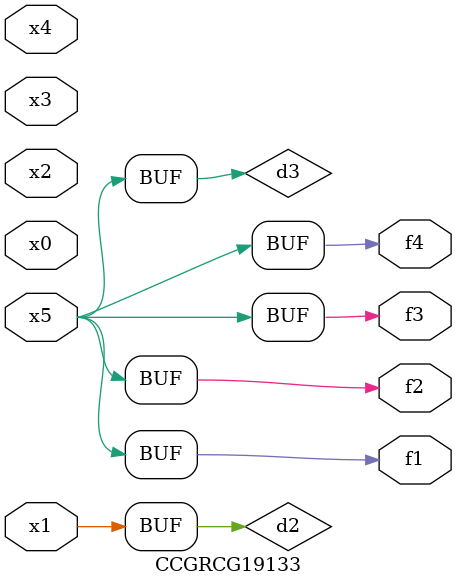
<source format=v>
module CCGRCG19133(
	input x0, x1, x2, x3, x4, x5,
	output f1, f2, f3, f4
);

	wire d1, d2, d3;

	not (d1, x5);
	or (d2, x1);
	xnor (d3, d1);
	assign f1 = d3;
	assign f2 = d3;
	assign f3 = d3;
	assign f4 = d3;
endmodule

</source>
